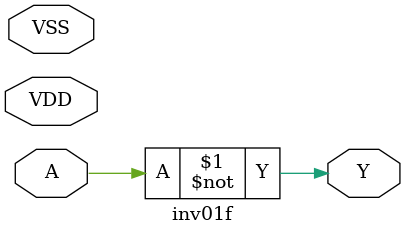
<source format=v>


module inv01f ( Y, VSS, VDD, A );
//module inv01f ( Y, A );
  input A;
  output Y;
  inout VDD;
  inout VSS;
  
  assign Y = ~A;

endmodule

</source>
